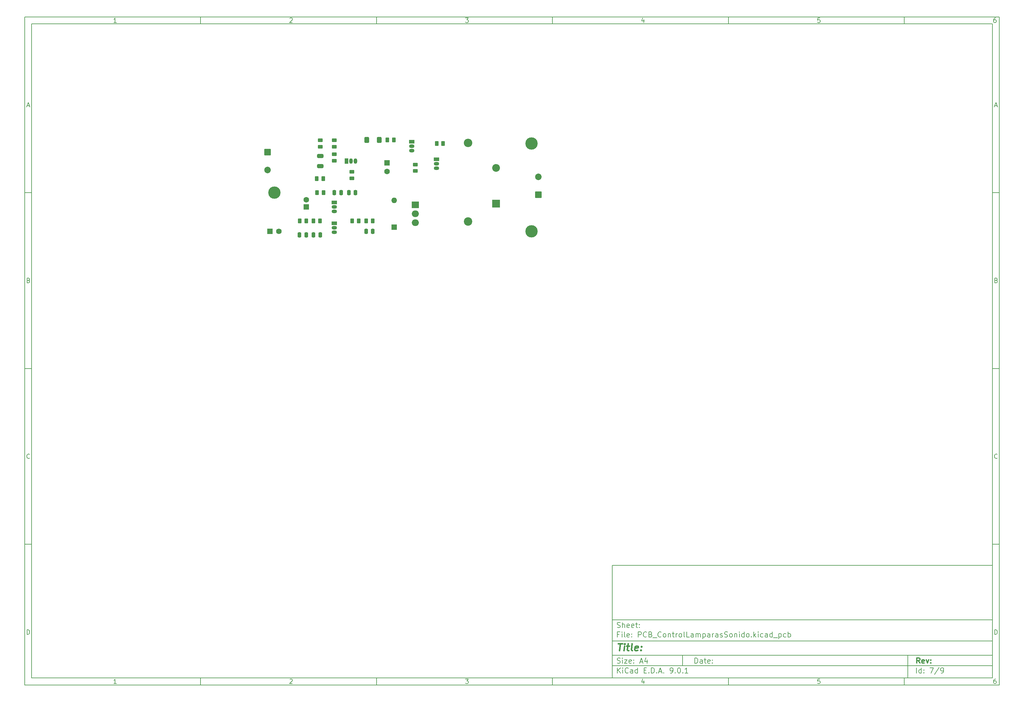
<source format=gbr>
%TF.GenerationSoftware,KiCad,Pcbnew,9.0.1*%
%TF.CreationDate,2025-04-21T16:50:23+01:00*%
%TF.ProjectId,PCB_ControlLamparasSonido,5043425f-436f-46e7-9472-6f6c4c616d70,rev?*%
%TF.SameCoordinates,Original*%
%TF.FileFunction,Soldermask,Top*%
%TF.FilePolarity,Negative*%
%FSLAX46Y46*%
G04 Gerber Fmt 4.6, Leading zero omitted, Abs format (unit mm)*
G04 Created by KiCad (PCBNEW 9.0.1) date 2025-04-21 16:50:23*
%MOMM*%
%LPD*%
G01*
G04 APERTURE LIST*
G04 Aperture macros list*
%AMRoundRect*
0 Rectangle with rounded corners*
0 $1 Rounding radius*
0 $2 $3 $4 $5 $6 $7 $8 $9 X,Y pos of 4 corners*
0 Add a 4 corners polygon primitive as box body*
4,1,4,$2,$3,$4,$5,$6,$7,$8,$9,$2,$3,0*
0 Add four circle primitives for the rounded corners*
1,1,$1+$1,$2,$3*
1,1,$1+$1,$4,$5*
1,1,$1+$1,$6,$7*
1,1,$1+$1,$8,$9*
0 Add four rect primitives between the rounded corners*
20,1,$1+$1,$2,$3,$4,$5,0*
20,1,$1+$1,$4,$5,$6,$7,0*
20,1,$1+$1,$6,$7,$8,$9,0*
20,1,$1+$1,$8,$9,$2,$3,0*%
G04 Aperture macros list end*
%ADD10C,0.100000*%
%ADD11C,0.150000*%
%ADD12C,0.300000*%
%ADD13C,0.400000*%
%ADD14R,2.000000X1.905000*%
%ADD15O,2.000000X1.905000*%
%ADD16C,3.500000*%
%ADD17RoundRect,0.250000X-0.262500X-0.450000X0.262500X-0.450000X0.262500X0.450000X-0.262500X0.450000X0*%
%ADD18R,1.500000X1.050000*%
%ADD19O,1.500000X1.050000*%
%ADD20RoundRect,0.250000X-0.450000X0.262500X-0.450000X-0.262500X0.450000X-0.262500X0.450000X0.262500X0*%
%ADD21RoundRect,0.250000X0.650000X-0.325000X0.650000X0.325000X-0.650000X0.325000X-0.650000X-0.325000X0*%
%ADD22RoundRect,0.102000X-0.689000X0.689000X-0.689000X-0.689000X0.689000X-0.689000X0.689000X0.689000X0*%
%ADD23C,1.582000*%
%ADD24RoundRect,0.250000X-0.250000X-0.475000X0.250000X-0.475000X0.250000X0.475000X-0.250000X0.475000X0*%
%ADD25RoundRect,0.250000X0.450000X-0.262500X0.450000X0.262500X-0.450000X0.262500X-0.450000X-0.262500X0*%
%ADD26RoundRect,0.102000X0.825000X-0.825000X0.825000X0.825000X-0.825000X0.825000X-0.825000X-0.825000X0*%
%ADD27C,1.854000*%
%ADD28RoundRect,0.250000X0.250000X0.475000X-0.250000X0.475000X-0.250000X-0.475000X0.250000X-0.475000X0*%
%ADD29R,2.200000X2.200000*%
%ADD30O,2.200000X2.200000*%
%ADD31RoundRect,0.102000X-0.825000X0.825000X-0.825000X-0.825000X0.825000X-0.825000X0.825000X0.825000X0*%
%ADD32R,1.600000X1.600000*%
%ADD33C,1.600000*%
%ADD34RoundRect,0.250000X0.262500X0.450000X-0.262500X0.450000X-0.262500X-0.450000X0.262500X-0.450000X0*%
%ADD35O,1.600000X1.600000*%
%ADD36C,2.400000*%
%ADD37O,2.400000X2.400000*%
%ADD38RoundRect,0.250000X0.400000X0.600000X-0.400000X0.600000X-0.400000X-0.600000X0.400000X-0.600000X0*%
%ADD39R,1.050000X1.500000*%
%ADD40O,1.050000X1.500000*%
G04 APERTURE END LIST*
D10*
D11*
X177002200Y-166007200D02*
X285002200Y-166007200D01*
X285002200Y-198007200D01*
X177002200Y-198007200D01*
X177002200Y-166007200D01*
D10*
D11*
X10000000Y-10000000D02*
X287002200Y-10000000D01*
X287002200Y-200007200D01*
X10000000Y-200007200D01*
X10000000Y-10000000D01*
D10*
D11*
X12000000Y-12000000D02*
X285002200Y-12000000D01*
X285002200Y-198007200D01*
X12000000Y-198007200D01*
X12000000Y-12000000D01*
D10*
D11*
X60000000Y-12000000D02*
X60000000Y-10000000D01*
D10*
D11*
X110000000Y-12000000D02*
X110000000Y-10000000D01*
D10*
D11*
X160000000Y-12000000D02*
X160000000Y-10000000D01*
D10*
D11*
X210000000Y-12000000D02*
X210000000Y-10000000D01*
D10*
D11*
X260000000Y-12000000D02*
X260000000Y-10000000D01*
D10*
D11*
X36089160Y-11593604D02*
X35346303Y-11593604D01*
X35717731Y-11593604D02*
X35717731Y-10293604D01*
X35717731Y-10293604D02*
X35593922Y-10479319D01*
X35593922Y-10479319D02*
X35470112Y-10603128D01*
X35470112Y-10603128D02*
X35346303Y-10665033D01*
D10*
D11*
X85346303Y-10417414D02*
X85408207Y-10355509D01*
X85408207Y-10355509D02*
X85532017Y-10293604D01*
X85532017Y-10293604D02*
X85841541Y-10293604D01*
X85841541Y-10293604D02*
X85965350Y-10355509D01*
X85965350Y-10355509D02*
X86027255Y-10417414D01*
X86027255Y-10417414D02*
X86089160Y-10541223D01*
X86089160Y-10541223D02*
X86089160Y-10665033D01*
X86089160Y-10665033D02*
X86027255Y-10850747D01*
X86027255Y-10850747D02*
X85284398Y-11593604D01*
X85284398Y-11593604D02*
X86089160Y-11593604D01*
D10*
D11*
X135284398Y-10293604D02*
X136089160Y-10293604D01*
X136089160Y-10293604D02*
X135655826Y-10788842D01*
X135655826Y-10788842D02*
X135841541Y-10788842D01*
X135841541Y-10788842D02*
X135965350Y-10850747D01*
X135965350Y-10850747D02*
X136027255Y-10912652D01*
X136027255Y-10912652D02*
X136089160Y-11036461D01*
X136089160Y-11036461D02*
X136089160Y-11345985D01*
X136089160Y-11345985D02*
X136027255Y-11469795D01*
X136027255Y-11469795D02*
X135965350Y-11531700D01*
X135965350Y-11531700D02*
X135841541Y-11593604D01*
X135841541Y-11593604D02*
X135470112Y-11593604D01*
X135470112Y-11593604D02*
X135346303Y-11531700D01*
X135346303Y-11531700D02*
X135284398Y-11469795D01*
D10*
D11*
X185965350Y-10726938D02*
X185965350Y-11593604D01*
X185655826Y-10231700D02*
X185346303Y-11160271D01*
X185346303Y-11160271D02*
X186151064Y-11160271D01*
D10*
D11*
X236027255Y-10293604D02*
X235408207Y-10293604D01*
X235408207Y-10293604D02*
X235346303Y-10912652D01*
X235346303Y-10912652D02*
X235408207Y-10850747D01*
X235408207Y-10850747D02*
X235532017Y-10788842D01*
X235532017Y-10788842D02*
X235841541Y-10788842D01*
X235841541Y-10788842D02*
X235965350Y-10850747D01*
X235965350Y-10850747D02*
X236027255Y-10912652D01*
X236027255Y-10912652D02*
X236089160Y-11036461D01*
X236089160Y-11036461D02*
X236089160Y-11345985D01*
X236089160Y-11345985D02*
X236027255Y-11469795D01*
X236027255Y-11469795D02*
X235965350Y-11531700D01*
X235965350Y-11531700D02*
X235841541Y-11593604D01*
X235841541Y-11593604D02*
X235532017Y-11593604D01*
X235532017Y-11593604D02*
X235408207Y-11531700D01*
X235408207Y-11531700D02*
X235346303Y-11469795D01*
D10*
D11*
X285965350Y-10293604D02*
X285717731Y-10293604D01*
X285717731Y-10293604D02*
X285593922Y-10355509D01*
X285593922Y-10355509D02*
X285532017Y-10417414D01*
X285532017Y-10417414D02*
X285408207Y-10603128D01*
X285408207Y-10603128D02*
X285346303Y-10850747D01*
X285346303Y-10850747D02*
X285346303Y-11345985D01*
X285346303Y-11345985D02*
X285408207Y-11469795D01*
X285408207Y-11469795D02*
X285470112Y-11531700D01*
X285470112Y-11531700D02*
X285593922Y-11593604D01*
X285593922Y-11593604D02*
X285841541Y-11593604D01*
X285841541Y-11593604D02*
X285965350Y-11531700D01*
X285965350Y-11531700D02*
X286027255Y-11469795D01*
X286027255Y-11469795D02*
X286089160Y-11345985D01*
X286089160Y-11345985D02*
X286089160Y-11036461D01*
X286089160Y-11036461D02*
X286027255Y-10912652D01*
X286027255Y-10912652D02*
X285965350Y-10850747D01*
X285965350Y-10850747D02*
X285841541Y-10788842D01*
X285841541Y-10788842D02*
X285593922Y-10788842D01*
X285593922Y-10788842D02*
X285470112Y-10850747D01*
X285470112Y-10850747D02*
X285408207Y-10912652D01*
X285408207Y-10912652D02*
X285346303Y-11036461D01*
D10*
D11*
X60000000Y-198007200D02*
X60000000Y-200007200D01*
D10*
D11*
X110000000Y-198007200D02*
X110000000Y-200007200D01*
D10*
D11*
X160000000Y-198007200D02*
X160000000Y-200007200D01*
D10*
D11*
X210000000Y-198007200D02*
X210000000Y-200007200D01*
D10*
D11*
X260000000Y-198007200D02*
X260000000Y-200007200D01*
D10*
D11*
X36089160Y-199600804D02*
X35346303Y-199600804D01*
X35717731Y-199600804D02*
X35717731Y-198300804D01*
X35717731Y-198300804D02*
X35593922Y-198486519D01*
X35593922Y-198486519D02*
X35470112Y-198610328D01*
X35470112Y-198610328D02*
X35346303Y-198672233D01*
D10*
D11*
X85346303Y-198424614D02*
X85408207Y-198362709D01*
X85408207Y-198362709D02*
X85532017Y-198300804D01*
X85532017Y-198300804D02*
X85841541Y-198300804D01*
X85841541Y-198300804D02*
X85965350Y-198362709D01*
X85965350Y-198362709D02*
X86027255Y-198424614D01*
X86027255Y-198424614D02*
X86089160Y-198548423D01*
X86089160Y-198548423D02*
X86089160Y-198672233D01*
X86089160Y-198672233D02*
X86027255Y-198857947D01*
X86027255Y-198857947D02*
X85284398Y-199600804D01*
X85284398Y-199600804D02*
X86089160Y-199600804D01*
D10*
D11*
X135284398Y-198300804D02*
X136089160Y-198300804D01*
X136089160Y-198300804D02*
X135655826Y-198796042D01*
X135655826Y-198796042D02*
X135841541Y-198796042D01*
X135841541Y-198796042D02*
X135965350Y-198857947D01*
X135965350Y-198857947D02*
X136027255Y-198919852D01*
X136027255Y-198919852D02*
X136089160Y-199043661D01*
X136089160Y-199043661D02*
X136089160Y-199353185D01*
X136089160Y-199353185D02*
X136027255Y-199476995D01*
X136027255Y-199476995D02*
X135965350Y-199538900D01*
X135965350Y-199538900D02*
X135841541Y-199600804D01*
X135841541Y-199600804D02*
X135470112Y-199600804D01*
X135470112Y-199600804D02*
X135346303Y-199538900D01*
X135346303Y-199538900D02*
X135284398Y-199476995D01*
D10*
D11*
X185965350Y-198734138D02*
X185965350Y-199600804D01*
X185655826Y-198238900D02*
X185346303Y-199167471D01*
X185346303Y-199167471D02*
X186151064Y-199167471D01*
D10*
D11*
X236027255Y-198300804D02*
X235408207Y-198300804D01*
X235408207Y-198300804D02*
X235346303Y-198919852D01*
X235346303Y-198919852D02*
X235408207Y-198857947D01*
X235408207Y-198857947D02*
X235532017Y-198796042D01*
X235532017Y-198796042D02*
X235841541Y-198796042D01*
X235841541Y-198796042D02*
X235965350Y-198857947D01*
X235965350Y-198857947D02*
X236027255Y-198919852D01*
X236027255Y-198919852D02*
X236089160Y-199043661D01*
X236089160Y-199043661D02*
X236089160Y-199353185D01*
X236089160Y-199353185D02*
X236027255Y-199476995D01*
X236027255Y-199476995D02*
X235965350Y-199538900D01*
X235965350Y-199538900D02*
X235841541Y-199600804D01*
X235841541Y-199600804D02*
X235532017Y-199600804D01*
X235532017Y-199600804D02*
X235408207Y-199538900D01*
X235408207Y-199538900D02*
X235346303Y-199476995D01*
D10*
D11*
X285965350Y-198300804D02*
X285717731Y-198300804D01*
X285717731Y-198300804D02*
X285593922Y-198362709D01*
X285593922Y-198362709D02*
X285532017Y-198424614D01*
X285532017Y-198424614D02*
X285408207Y-198610328D01*
X285408207Y-198610328D02*
X285346303Y-198857947D01*
X285346303Y-198857947D02*
X285346303Y-199353185D01*
X285346303Y-199353185D02*
X285408207Y-199476995D01*
X285408207Y-199476995D02*
X285470112Y-199538900D01*
X285470112Y-199538900D02*
X285593922Y-199600804D01*
X285593922Y-199600804D02*
X285841541Y-199600804D01*
X285841541Y-199600804D02*
X285965350Y-199538900D01*
X285965350Y-199538900D02*
X286027255Y-199476995D01*
X286027255Y-199476995D02*
X286089160Y-199353185D01*
X286089160Y-199353185D02*
X286089160Y-199043661D01*
X286089160Y-199043661D02*
X286027255Y-198919852D01*
X286027255Y-198919852D02*
X285965350Y-198857947D01*
X285965350Y-198857947D02*
X285841541Y-198796042D01*
X285841541Y-198796042D02*
X285593922Y-198796042D01*
X285593922Y-198796042D02*
X285470112Y-198857947D01*
X285470112Y-198857947D02*
X285408207Y-198919852D01*
X285408207Y-198919852D02*
X285346303Y-199043661D01*
D10*
D11*
X10000000Y-60000000D02*
X12000000Y-60000000D01*
D10*
D11*
X10000000Y-110000000D02*
X12000000Y-110000000D01*
D10*
D11*
X10000000Y-160000000D02*
X12000000Y-160000000D01*
D10*
D11*
X10690476Y-35222176D02*
X11309523Y-35222176D01*
X10566666Y-35593604D02*
X10999999Y-34293604D01*
X10999999Y-34293604D02*
X11433333Y-35593604D01*
D10*
D11*
X11092857Y-84912652D02*
X11278571Y-84974557D01*
X11278571Y-84974557D02*
X11340476Y-85036461D01*
X11340476Y-85036461D02*
X11402380Y-85160271D01*
X11402380Y-85160271D02*
X11402380Y-85345985D01*
X11402380Y-85345985D02*
X11340476Y-85469795D01*
X11340476Y-85469795D02*
X11278571Y-85531700D01*
X11278571Y-85531700D02*
X11154761Y-85593604D01*
X11154761Y-85593604D02*
X10659523Y-85593604D01*
X10659523Y-85593604D02*
X10659523Y-84293604D01*
X10659523Y-84293604D02*
X11092857Y-84293604D01*
X11092857Y-84293604D02*
X11216666Y-84355509D01*
X11216666Y-84355509D02*
X11278571Y-84417414D01*
X11278571Y-84417414D02*
X11340476Y-84541223D01*
X11340476Y-84541223D02*
X11340476Y-84665033D01*
X11340476Y-84665033D02*
X11278571Y-84788842D01*
X11278571Y-84788842D02*
X11216666Y-84850747D01*
X11216666Y-84850747D02*
X11092857Y-84912652D01*
X11092857Y-84912652D02*
X10659523Y-84912652D01*
D10*
D11*
X11402380Y-135469795D02*
X11340476Y-135531700D01*
X11340476Y-135531700D02*
X11154761Y-135593604D01*
X11154761Y-135593604D02*
X11030952Y-135593604D01*
X11030952Y-135593604D02*
X10845238Y-135531700D01*
X10845238Y-135531700D02*
X10721428Y-135407890D01*
X10721428Y-135407890D02*
X10659523Y-135284080D01*
X10659523Y-135284080D02*
X10597619Y-135036461D01*
X10597619Y-135036461D02*
X10597619Y-134850747D01*
X10597619Y-134850747D02*
X10659523Y-134603128D01*
X10659523Y-134603128D02*
X10721428Y-134479319D01*
X10721428Y-134479319D02*
X10845238Y-134355509D01*
X10845238Y-134355509D02*
X11030952Y-134293604D01*
X11030952Y-134293604D02*
X11154761Y-134293604D01*
X11154761Y-134293604D02*
X11340476Y-134355509D01*
X11340476Y-134355509D02*
X11402380Y-134417414D01*
D10*
D11*
X10659523Y-185593604D02*
X10659523Y-184293604D01*
X10659523Y-184293604D02*
X10969047Y-184293604D01*
X10969047Y-184293604D02*
X11154761Y-184355509D01*
X11154761Y-184355509D02*
X11278571Y-184479319D01*
X11278571Y-184479319D02*
X11340476Y-184603128D01*
X11340476Y-184603128D02*
X11402380Y-184850747D01*
X11402380Y-184850747D02*
X11402380Y-185036461D01*
X11402380Y-185036461D02*
X11340476Y-185284080D01*
X11340476Y-185284080D02*
X11278571Y-185407890D01*
X11278571Y-185407890D02*
X11154761Y-185531700D01*
X11154761Y-185531700D02*
X10969047Y-185593604D01*
X10969047Y-185593604D02*
X10659523Y-185593604D01*
D10*
D11*
X287002200Y-60000000D02*
X285002200Y-60000000D01*
D10*
D11*
X287002200Y-110000000D02*
X285002200Y-110000000D01*
D10*
D11*
X287002200Y-160000000D02*
X285002200Y-160000000D01*
D10*
D11*
X285692676Y-35222176D02*
X286311723Y-35222176D01*
X285568866Y-35593604D02*
X286002199Y-34293604D01*
X286002199Y-34293604D02*
X286435533Y-35593604D01*
D10*
D11*
X286095057Y-84912652D02*
X286280771Y-84974557D01*
X286280771Y-84974557D02*
X286342676Y-85036461D01*
X286342676Y-85036461D02*
X286404580Y-85160271D01*
X286404580Y-85160271D02*
X286404580Y-85345985D01*
X286404580Y-85345985D02*
X286342676Y-85469795D01*
X286342676Y-85469795D02*
X286280771Y-85531700D01*
X286280771Y-85531700D02*
X286156961Y-85593604D01*
X286156961Y-85593604D02*
X285661723Y-85593604D01*
X285661723Y-85593604D02*
X285661723Y-84293604D01*
X285661723Y-84293604D02*
X286095057Y-84293604D01*
X286095057Y-84293604D02*
X286218866Y-84355509D01*
X286218866Y-84355509D02*
X286280771Y-84417414D01*
X286280771Y-84417414D02*
X286342676Y-84541223D01*
X286342676Y-84541223D02*
X286342676Y-84665033D01*
X286342676Y-84665033D02*
X286280771Y-84788842D01*
X286280771Y-84788842D02*
X286218866Y-84850747D01*
X286218866Y-84850747D02*
X286095057Y-84912652D01*
X286095057Y-84912652D02*
X285661723Y-84912652D01*
D10*
D11*
X286404580Y-135469795D02*
X286342676Y-135531700D01*
X286342676Y-135531700D02*
X286156961Y-135593604D01*
X286156961Y-135593604D02*
X286033152Y-135593604D01*
X286033152Y-135593604D02*
X285847438Y-135531700D01*
X285847438Y-135531700D02*
X285723628Y-135407890D01*
X285723628Y-135407890D02*
X285661723Y-135284080D01*
X285661723Y-135284080D02*
X285599819Y-135036461D01*
X285599819Y-135036461D02*
X285599819Y-134850747D01*
X285599819Y-134850747D02*
X285661723Y-134603128D01*
X285661723Y-134603128D02*
X285723628Y-134479319D01*
X285723628Y-134479319D02*
X285847438Y-134355509D01*
X285847438Y-134355509D02*
X286033152Y-134293604D01*
X286033152Y-134293604D02*
X286156961Y-134293604D01*
X286156961Y-134293604D02*
X286342676Y-134355509D01*
X286342676Y-134355509D02*
X286404580Y-134417414D01*
D10*
D11*
X285661723Y-185593604D02*
X285661723Y-184293604D01*
X285661723Y-184293604D02*
X285971247Y-184293604D01*
X285971247Y-184293604D02*
X286156961Y-184355509D01*
X286156961Y-184355509D02*
X286280771Y-184479319D01*
X286280771Y-184479319D02*
X286342676Y-184603128D01*
X286342676Y-184603128D02*
X286404580Y-184850747D01*
X286404580Y-184850747D02*
X286404580Y-185036461D01*
X286404580Y-185036461D02*
X286342676Y-185284080D01*
X286342676Y-185284080D02*
X286280771Y-185407890D01*
X286280771Y-185407890D02*
X286156961Y-185531700D01*
X286156961Y-185531700D02*
X285971247Y-185593604D01*
X285971247Y-185593604D02*
X285661723Y-185593604D01*
D10*
D11*
X200458026Y-193793328D02*
X200458026Y-192293328D01*
X200458026Y-192293328D02*
X200815169Y-192293328D01*
X200815169Y-192293328D02*
X201029455Y-192364757D01*
X201029455Y-192364757D02*
X201172312Y-192507614D01*
X201172312Y-192507614D02*
X201243741Y-192650471D01*
X201243741Y-192650471D02*
X201315169Y-192936185D01*
X201315169Y-192936185D02*
X201315169Y-193150471D01*
X201315169Y-193150471D02*
X201243741Y-193436185D01*
X201243741Y-193436185D02*
X201172312Y-193579042D01*
X201172312Y-193579042D02*
X201029455Y-193721900D01*
X201029455Y-193721900D02*
X200815169Y-193793328D01*
X200815169Y-193793328D02*
X200458026Y-193793328D01*
X202600884Y-193793328D02*
X202600884Y-193007614D01*
X202600884Y-193007614D02*
X202529455Y-192864757D01*
X202529455Y-192864757D02*
X202386598Y-192793328D01*
X202386598Y-192793328D02*
X202100884Y-192793328D01*
X202100884Y-192793328D02*
X201958026Y-192864757D01*
X202600884Y-193721900D02*
X202458026Y-193793328D01*
X202458026Y-193793328D02*
X202100884Y-193793328D01*
X202100884Y-193793328D02*
X201958026Y-193721900D01*
X201958026Y-193721900D02*
X201886598Y-193579042D01*
X201886598Y-193579042D02*
X201886598Y-193436185D01*
X201886598Y-193436185D02*
X201958026Y-193293328D01*
X201958026Y-193293328D02*
X202100884Y-193221900D01*
X202100884Y-193221900D02*
X202458026Y-193221900D01*
X202458026Y-193221900D02*
X202600884Y-193150471D01*
X203100884Y-192793328D02*
X203672312Y-192793328D01*
X203315169Y-192293328D02*
X203315169Y-193579042D01*
X203315169Y-193579042D02*
X203386598Y-193721900D01*
X203386598Y-193721900D02*
X203529455Y-193793328D01*
X203529455Y-193793328D02*
X203672312Y-193793328D01*
X204743741Y-193721900D02*
X204600884Y-193793328D01*
X204600884Y-193793328D02*
X204315170Y-193793328D01*
X204315170Y-193793328D02*
X204172312Y-193721900D01*
X204172312Y-193721900D02*
X204100884Y-193579042D01*
X204100884Y-193579042D02*
X204100884Y-193007614D01*
X204100884Y-193007614D02*
X204172312Y-192864757D01*
X204172312Y-192864757D02*
X204315170Y-192793328D01*
X204315170Y-192793328D02*
X204600884Y-192793328D01*
X204600884Y-192793328D02*
X204743741Y-192864757D01*
X204743741Y-192864757D02*
X204815170Y-193007614D01*
X204815170Y-193007614D02*
X204815170Y-193150471D01*
X204815170Y-193150471D02*
X204100884Y-193293328D01*
X205458026Y-193650471D02*
X205529455Y-193721900D01*
X205529455Y-193721900D02*
X205458026Y-193793328D01*
X205458026Y-193793328D02*
X205386598Y-193721900D01*
X205386598Y-193721900D02*
X205458026Y-193650471D01*
X205458026Y-193650471D02*
X205458026Y-193793328D01*
X205458026Y-192864757D02*
X205529455Y-192936185D01*
X205529455Y-192936185D02*
X205458026Y-193007614D01*
X205458026Y-193007614D02*
X205386598Y-192936185D01*
X205386598Y-192936185D02*
X205458026Y-192864757D01*
X205458026Y-192864757D02*
X205458026Y-193007614D01*
D10*
D11*
X177002200Y-194507200D02*
X285002200Y-194507200D01*
D10*
D11*
X178458026Y-196593328D02*
X178458026Y-195093328D01*
X179315169Y-196593328D02*
X178672312Y-195736185D01*
X179315169Y-195093328D02*
X178458026Y-195950471D01*
X179958026Y-196593328D02*
X179958026Y-195593328D01*
X179958026Y-195093328D02*
X179886598Y-195164757D01*
X179886598Y-195164757D02*
X179958026Y-195236185D01*
X179958026Y-195236185D02*
X180029455Y-195164757D01*
X180029455Y-195164757D02*
X179958026Y-195093328D01*
X179958026Y-195093328D02*
X179958026Y-195236185D01*
X181529455Y-196450471D02*
X181458027Y-196521900D01*
X181458027Y-196521900D02*
X181243741Y-196593328D01*
X181243741Y-196593328D02*
X181100884Y-196593328D01*
X181100884Y-196593328D02*
X180886598Y-196521900D01*
X180886598Y-196521900D02*
X180743741Y-196379042D01*
X180743741Y-196379042D02*
X180672312Y-196236185D01*
X180672312Y-196236185D02*
X180600884Y-195950471D01*
X180600884Y-195950471D02*
X180600884Y-195736185D01*
X180600884Y-195736185D02*
X180672312Y-195450471D01*
X180672312Y-195450471D02*
X180743741Y-195307614D01*
X180743741Y-195307614D02*
X180886598Y-195164757D01*
X180886598Y-195164757D02*
X181100884Y-195093328D01*
X181100884Y-195093328D02*
X181243741Y-195093328D01*
X181243741Y-195093328D02*
X181458027Y-195164757D01*
X181458027Y-195164757D02*
X181529455Y-195236185D01*
X182815170Y-196593328D02*
X182815170Y-195807614D01*
X182815170Y-195807614D02*
X182743741Y-195664757D01*
X182743741Y-195664757D02*
X182600884Y-195593328D01*
X182600884Y-195593328D02*
X182315170Y-195593328D01*
X182315170Y-195593328D02*
X182172312Y-195664757D01*
X182815170Y-196521900D02*
X182672312Y-196593328D01*
X182672312Y-196593328D02*
X182315170Y-196593328D01*
X182315170Y-196593328D02*
X182172312Y-196521900D01*
X182172312Y-196521900D02*
X182100884Y-196379042D01*
X182100884Y-196379042D02*
X182100884Y-196236185D01*
X182100884Y-196236185D02*
X182172312Y-196093328D01*
X182172312Y-196093328D02*
X182315170Y-196021900D01*
X182315170Y-196021900D02*
X182672312Y-196021900D01*
X182672312Y-196021900D02*
X182815170Y-195950471D01*
X184172313Y-196593328D02*
X184172313Y-195093328D01*
X184172313Y-196521900D02*
X184029455Y-196593328D01*
X184029455Y-196593328D02*
X183743741Y-196593328D01*
X183743741Y-196593328D02*
X183600884Y-196521900D01*
X183600884Y-196521900D02*
X183529455Y-196450471D01*
X183529455Y-196450471D02*
X183458027Y-196307614D01*
X183458027Y-196307614D02*
X183458027Y-195879042D01*
X183458027Y-195879042D02*
X183529455Y-195736185D01*
X183529455Y-195736185D02*
X183600884Y-195664757D01*
X183600884Y-195664757D02*
X183743741Y-195593328D01*
X183743741Y-195593328D02*
X184029455Y-195593328D01*
X184029455Y-195593328D02*
X184172313Y-195664757D01*
X186029455Y-195807614D02*
X186529455Y-195807614D01*
X186743741Y-196593328D02*
X186029455Y-196593328D01*
X186029455Y-196593328D02*
X186029455Y-195093328D01*
X186029455Y-195093328D02*
X186743741Y-195093328D01*
X187386598Y-196450471D02*
X187458027Y-196521900D01*
X187458027Y-196521900D02*
X187386598Y-196593328D01*
X187386598Y-196593328D02*
X187315170Y-196521900D01*
X187315170Y-196521900D02*
X187386598Y-196450471D01*
X187386598Y-196450471D02*
X187386598Y-196593328D01*
X188100884Y-196593328D02*
X188100884Y-195093328D01*
X188100884Y-195093328D02*
X188458027Y-195093328D01*
X188458027Y-195093328D02*
X188672313Y-195164757D01*
X188672313Y-195164757D02*
X188815170Y-195307614D01*
X188815170Y-195307614D02*
X188886599Y-195450471D01*
X188886599Y-195450471D02*
X188958027Y-195736185D01*
X188958027Y-195736185D02*
X188958027Y-195950471D01*
X188958027Y-195950471D02*
X188886599Y-196236185D01*
X188886599Y-196236185D02*
X188815170Y-196379042D01*
X188815170Y-196379042D02*
X188672313Y-196521900D01*
X188672313Y-196521900D02*
X188458027Y-196593328D01*
X188458027Y-196593328D02*
X188100884Y-196593328D01*
X189600884Y-196450471D02*
X189672313Y-196521900D01*
X189672313Y-196521900D02*
X189600884Y-196593328D01*
X189600884Y-196593328D02*
X189529456Y-196521900D01*
X189529456Y-196521900D02*
X189600884Y-196450471D01*
X189600884Y-196450471D02*
X189600884Y-196593328D01*
X190243742Y-196164757D02*
X190958028Y-196164757D01*
X190100885Y-196593328D02*
X190600885Y-195093328D01*
X190600885Y-195093328D02*
X191100885Y-196593328D01*
X191600884Y-196450471D02*
X191672313Y-196521900D01*
X191672313Y-196521900D02*
X191600884Y-196593328D01*
X191600884Y-196593328D02*
X191529456Y-196521900D01*
X191529456Y-196521900D02*
X191600884Y-196450471D01*
X191600884Y-196450471D02*
X191600884Y-196593328D01*
X193529456Y-196593328D02*
X193815170Y-196593328D01*
X193815170Y-196593328D02*
X193958027Y-196521900D01*
X193958027Y-196521900D02*
X194029456Y-196450471D01*
X194029456Y-196450471D02*
X194172313Y-196236185D01*
X194172313Y-196236185D02*
X194243742Y-195950471D01*
X194243742Y-195950471D02*
X194243742Y-195379042D01*
X194243742Y-195379042D02*
X194172313Y-195236185D01*
X194172313Y-195236185D02*
X194100885Y-195164757D01*
X194100885Y-195164757D02*
X193958027Y-195093328D01*
X193958027Y-195093328D02*
X193672313Y-195093328D01*
X193672313Y-195093328D02*
X193529456Y-195164757D01*
X193529456Y-195164757D02*
X193458027Y-195236185D01*
X193458027Y-195236185D02*
X193386599Y-195379042D01*
X193386599Y-195379042D02*
X193386599Y-195736185D01*
X193386599Y-195736185D02*
X193458027Y-195879042D01*
X193458027Y-195879042D02*
X193529456Y-195950471D01*
X193529456Y-195950471D02*
X193672313Y-196021900D01*
X193672313Y-196021900D02*
X193958027Y-196021900D01*
X193958027Y-196021900D02*
X194100885Y-195950471D01*
X194100885Y-195950471D02*
X194172313Y-195879042D01*
X194172313Y-195879042D02*
X194243742Y-195736185D01*
X194886598Y-196450471D02*
X194958027Y-196521900D01*
X194958027Y-196521900D02*
X194886598Y-196593328D01*
X194886598Y-196593328D02*
X194815170Y-196521900D01*
X194815170Y-196521900D02*
X194886598Y-196450471D01*
X194886598Y-196450471D02*
X194886598Y-196593328D01*
X195886599Y-195093328D02*
X196029456Y-195093328D01*
X196029456Y-195093328D02*
X196172313Y-195164757D01*
X196172313Y-195164757D02*
X196243742Y-195236185D01*
X196243742Y-195236185D02*
X196315170Y-195379042D01*
X196315170Y-195379042D02*
X196386599Y-195664757D01*
X196386599Y-195664757D02*
X196386599Y-196021900D01*
X196386599Y-196021900D02*
X196315170Y-196307614D01*
X196315170Y-196307614D02*
X196243742Y-196450471D01*
X196243742Y-196450471D02*
X196172313Y-196521900D01*
X196172313Y-196521900D02*
X196029456Y-196593328D01*
X196029456Y-196593328D02*
X195886599Y-196593328D01*
X195886599Y-196593328D02*
X195743742Y-196521900D01*
X195743742Y-196521900D02*
X195672313Y-196450471D01*
X195672313Y-196450471D02*
X195600884Y-196307614D01*
X195600884Y-196307614D02*
X195529456Y-196021900D01*
X195529456Y-196021900D02*
X195529456Y-195664757D01*
X195529456Y-195664757D02*
X195600884Y-195379042D01*
X195600884Y-195379042D02*
X195672313Y-195236185D01*
X195672313Y-195236185D02*
X195743742Y-195164757D01*
X195743742Y-195164757D02*
X195886599Y-195093328D01*
X197029455Y-196450471D02*
X197100884Y-196521900D01*
X197100884Y-196521900D02*
X197029455Y-196593328D01*
X197029455Y-196593328D02*
X196958027Y-196521900D01*
X196958027Y-196521900D02*
X197029455Y-196450471D01*
X197029455Y-196450471D02*
X197029455Y-196593328D01*
X198529456Y-196593328D02*
X197672313Y-196593328D01*
X198100884Y-196593328D02*
X198100884Y-195093328D01*
X198100884Y-195093328D02*
X197958027Y-195307614D01*
X197958027Y-195307614D02*
X197815170Y-195450471D01*
X197815170Y-195450471D02*
X197672313Y-195521900D01*
D10*
D11*
X177002200Y-191507200D02*
X285002200Y-191507200D01*
D10*
D12*
X264413853Y-193785528D02*
X263913853Y-193071242D01*
X263556710Y-193785528D02*
X263556710Y-192285528D01*
X263556710Y-192285528D02*
X264128139Y-192285528D01*
X264128139Y-192285528D02*
X264270996Y-192356957D01*
X264270996Y-192356957D02*
X264342425Y-192428385D01*
X264342425Y-192428385D02*
X264413853Y-192571242D01*
X264413853Y-192571242D02*
X264413853Y-192785528D01*
X264413853Y-192785528D02*
X264342425Y-192928385D01*
X264342425Y-192928385D02*
X264270996Y-192999814D01*
X264270996Y-192999814D02*
X264128139Y-193071242D01*
X264128139Y-193071242D02*
X263556710Y-193071242D01*
X265628139Y-193714100D02*
X265485282Y-193785528D01*
X265485282Y-193785528D02*
X265199568Y-193785528D01*
X265199568Y-193785528D02*
X265056710Y-193714100D01*
X265056710Y-193714100D02*
X264985282Y-193571242D01*
X264985282Y-193571242D02*
X264985282Y-192999814D01*
X264985282Y-192999814D02*
X265056710Y-192856957D01*
X265056710Y-192856957D02*
X265199568Y-192785528D01*
X265199568Y-192785528D02*
X265485282Y-192785528D01*
X265485282Y-192785528D02*
X265628139Y-192856957D01*
X265628139Y-192856957D02*
X265699568Y-192999814D01*
X265699568Y-192999814D02*
X265699568Y-193142671D01*
X265699568Y-193142671D02*
X264985282Y-193285528D01*
X266199567Y-192785528D02*
X266556710Y-193785528D01*
X266556710Y-193785528D02*
X266913853Y-192785528D01*
X267485281Y-193642671D02*
X267556710Y-193714100D01*
X267556710Y-193714100D02*
X267485281Y-193785528D01*
X267485281Y-193785528D02*
X267413853Y-193714100D01*
X267413853Y-193714100D02*
X267485281Y-193642671D01*
X267485281Y-193642671D02*
X267485281Y-193785528D01*
X267485281Y-192856957D02*
X267556710Y-192928385D01*
X267556710Y-192928385D02*
X267485281Y-192999814D01*
X267485281Y-192999814D02*
X267413853Y-192928385D01*
X267413853Y-192928385D02*
X267485281Y-192856957D01*
X267485281Y-192856957D02*
X267485281Y-192999814D01*
D10*
D11*
X178386598Y-193721900D02*
X178600884Y-193793328D01*
X178600884Y-193793328D02*
X178958026Y-193793328D01*
X178958026Y-193793328D02*
X179100884Y-193721900D01*
X179100884Y-193721900D02*
X179172312Y-193650471D01*
X179172312Y-193650471D02*
X179243741Y-193507614D01*
X179243741Y-193507614D02*
X179243741Y-193364757D01*
X179243741Y-193364757D02*
X179172312Y-193221900D01*
X179172312Y-193221900D02*
X179100884Y-193150471D01*
X179100884Y-193150471D02*
X178958026Y-193079042D01*
X178958026Y-193079042D02*
X178672312Y-193007614D01*
X178672312Y-193007614D02*
X178529455Y-192936185D01*
X178529455Y-192936185D02*
X178458026Y-192864757D01*
X178458026Y-192864757D02*
X178386598Y-192721900D01*
X178386598Y-192721900D02*
X178386598Y-192579042D01*
X178386598Y-192579042D02*
X178458026Y-192436185D01*
X178458026Y-192436185D02*
X178529455Y-192364757D01*
X178529455Y-192364757D02*
X178672312Y-192293328D01*
X178672312Y-192293328D02*
X179029455Y-192293328D01*
X179029455Y-192293328D02*
X179243741Y-192364757D01*
X179886597Y-193793328D02*
X179886597Y-192793328D01*
X179886597Y-192293328D02*
X179815169Y-192364757D01*
X179815169Y-192364757D02*
X179886597Y-192436185D01*
X179886597Y-192436185D02*
X179958026Y-192364757D01*
X179958026Y-192364757D02*
X179886597Y-192293328D01*
X179886597Y-192293328D02*
X179886597Y-192436185D01*
X180458026Y-192793328D02*
X181243741Y-192793328D01*
X181243741Y-192793328D02*
X180458026Y-193793328D01*
X180458026Y-193793328D02*
X181243741Y-193793328D01*
X182386598Y-193721900D02*
X182243741Y-193793328D01*
X182243741Y-193793328D02*
X181958027Y-193793328D01*
X181958027Y-193793328D02*
X181815169Y-193721900D01*
X181815169Y-193721900D02*
X181743741Y-193579042D01*
X181743741Y-193579042D02*
X181743741Y-193007614D01*
X181743741Y-193007614D02*
X181815169Y-192864757D01*
X181815169Y-192864757D02*
X181958027Y-192793328D01*
X181958027Y-192793328D02*
X182243741Y-192793328D01*
X182243741Y-192793328D02*
X182386598Y-192864757D01*
X182386598Y-192864757D02*
X182458027Y-193007614D01*
X182458027Y-193007614D02*
X182458027Y-193150471D01*
X182458027Y-193150471D02*
X181743741Y-193293328D01*
X183100883Y-193650471D02*
X183172312Y-193721900D01*
X183172312Y-193721900D02*
X183100883Y-193793328D01*
X183100883Y-193793328D02*
X183029455Y-193721900D01*
X183029455Y-193721900D02*
X183100883Y-193650471D01*
X183100883Y-193650471D02*
X183100883Y-193793328D01*
X183100883Y-192864757D02*
X183172312Y-192936185D01*
X183172312Y-192936185D02*
X183100883Y-193007614D01*
X183100883Y-193007614D02*
X183029455Y-192936185D01*
X183029455Y-192936185D02*
X183100883Y-192864757D01*
X183100883Y-192864757D02*
X183100883Y-193007614D01*
X184886598Y-193364757D02*
X185600884Y-193364757D01*
X184743741Y-193793328D02*
X185243741Y-192293328D01*
X185243741Y-192293328D02*
X185743741Y-193793328D01*
X186886598Y-192793328D02*
X186886598Y-193793328D01*
X186529455Y-192221900D02*
X186172312Y-193293328D01*
X186172312Y-193293328D02*
X187100883Y-193293328D01*
D10*
D11*
X263458026Y-196593328D02*
X263458026Y-195093328D01*
X264815170Y-196593328D02*
X264815170Y-195093328D01*
X264815170Y-196521900D02*
X264672312Y-196593328D01*
X264672312Y-196593328D02*
X264386598Y-196593328D01*
X264386598Y-196593328D02*
X264243741Y-196521900D01*
X264243741Y-196521900D02*
X264172312Y-196450471D01*
X264172312Y-196450471D02*
X264100884Y-196307614D01*
X264100884Y-196307614D02*
X264100884Y-195879042D01*
X264100884Y-195879042D02*
X264172312Y-195736185D01*
X264172312Y-195736185D02*
X264243741Y-195664757D01*
X264243741Y-195664757D02*
X264386598Y-195593328D01*
X264386598Y-195593328D02*
X264672312Y-195593328D01*
X264672312Y-195593328D02*
X264815170Y-195664757D01*
X265529455Y-196450471D02*
X265600884Y-196521900D01*
X265600884Y-196521900D02*
X265529455Y-196593328D01*
X265529455Y-196593328D02*
X265458027Y-196521900D01*
X265458027Y-196521900D02*
X265529455Y-196450471D01*
X265529455Y-196450471D02*
X265529455Y-196593328D01*
X265529455Y-195664757D02*
X265600884Y-195736185D01*
X265600884Y-195736185D02*
X265529455Y-195807614D01*
X265529455Y-195807614D02*
X265458027Y-195736185D01*
X265458027Y-195736185D02*
X265529455Y-195664757D01*
X265529455Y-195664757D02*
X265529455Y-195807614D01*
X267243741Y-195093328D02*
X268243741Y-195093328D01*
X268243741Y-195093328D02*
X267600884Y-196593328D01*
X269886598Y-195021900D02*
X268600884Y-196950471D01*
X270458027Y-196593328D02*
X270743741Y-196593328D01*
X270743741Y-196593328D02*
X270886598Y-196521900D01*
X270886598Y-196521900D02*
X270958027Y-196450471D01*
X270958027Y-196450471D02*
X271100884Y-196236185D01*
X271100884Y-196236185D02*
X271172313Y-195950471D01*
X271172313Y-195950471D02*
X271172313Y-195379042D01*
X271172313Y-195379042D02*
X271100884Y-195236185D01*
X271100884Y-195236185D02*
X271029456Y-195164757D01*
X271029456Y-195164757D02*
X270886598Y-195093328D01*
X270886598Y-195093328D02*
X270600884Y-195093328D01*
X270600884Y-195093328D02*
X270458027Y-195164757D01*
X270458027Y-195164757D02*
X270386598Y-195236185D01*
X270386598Y-195236185D02*
X270315170Y-195379042D01*
X270315170Y-195379042D02*
X270315170Y-195736185D01*
X270315170Y-195736185D02*
X270386598Y-195879042D01*
X270386598Y-195879042D02*
X270458027Y-195950471D01*
X270458027Y-195950471D02*
X270600884Y-196021900D01*
X270600884Y-196021900D02*
X270886598Y-196021900D01*
X270886598Y-196021900D02*
X271029456Y-195950471D01*
X271029456Y-195950471D02*
X271100884Y-195879042D01*
X271100884Y-195879042D02*
X271172313Y-195736185D01*
D10*
D11*
X177002200Y-187507200D02*
X285002200Y-187507200D01*
D10*
D13*
X178693928Y-188211638D02*
X179836785Y-188211638D01*
X179015357Y-190211638D02*
X179265357Y-188211638D01*
X180253452Y-190211638D02*
X180420119Y-188878304D01*
X180503452Y-188211638D02*
X180396309Y-188306876D01*
X180396309Y-188306876D02*
X180479643Y-188402114D01*
X180479643Y-188402114D02*
X180586786Y-188306876D01*
X180586786Y-188306876D02*
X180503452Y-188211638D01*
X180503452Y-188211638D02*
X180479643Y-188402114D01*
X181086786Y-188878304D02*
X181848690Y-188878304D01*
X181455833Y-188211638D02*
X181241548Y-189925923D01*
X181241548Y-189925923D02*
X181312976Y-190116400D01*
X181312976Y-190116400D02*
X181491548Y-190211638D01*
X181491548Y-190211638D02*
X181682024Y-190211638D01*
X182634405Y-190211638D02*
X182455833Y-190116400D01*
X182455833Y-190116400D02*
X182384405Y-189925923D01*
X182384405Y-189925923D02*
X182598690Y-188211638D01*
X184170119Y-190116400D02*
X183967738Y-190211638D01*
X183967738Y-190211638D02*
X183586785Y-190211638D01*
X183586785Y-190211638D02*
X183408214Y-190116400D01*
X183408214Y-190116400D02*
X183336785Y-189925923D01*
X183336785Y-189925923D02*
X183432024Y-189164019D01*
X183432024Y-189164019D02*
X183551071Y-188973542D01*
X183551071Y-188973542D02*
X183753452Y-188878304D01*
X183753452Y-188878304D02*
X184134404Y-188878304D01*
X184134404Y-188878304D02*
X184312976Y-188973542D01*
X184312976Y-188973542D02*
X184384404Y-189164019D01*
X184384404Y-189164019D02*
X184360595Y-189354495D01*
X184360595Y-189354495D02*
X183384404Y-189544971D01*
X185134405Y-190021161D02*
X185217738Y-190116400D01*
X185217738Y-190116400D02*
X185110595Y-190211638D01*
X185110595Y-190211638D02*
X185027262Y-190116400D01*
X185027262Y-190116400D02*
X185134405Y-190021161D01*
X185134405Y-190021161D02*
X185110595Y-190211638D01*
X185265357Y-188973542D02*
X185348690Y-189068780D01*
X185348690Y-189068780D02*
X185241548Y-189164019D01*
X185241548Y-189164019D02*
X185158214Y-189068780D01*
X185158214Y-189068780D02*
X185265357Y-188973542D01*
X185265357Y-188973542D02*
X185241548Y-189164019D01*
D10*
D11*
X178958026Y-185607614D02*
X178458026Y-185607614D01*
X178458026Y-186393328D02*
X178458026Y-184893328D01*
X178458026Y-184893328D02*
X179172312Y-184893328D01*
X179743740Y-186393328D02*
X179743740Y-185393328D01*
X179743740Y-184893328D02*
X179672312Y-184964757D01*
X179672312Y-184964757D02*
X179743740Y-185036185D01*
X179743740Y-185036185D02*
X179815169Y-184964757D01*
X179815169Y-184964757D02*
X179743740Y-184893328D01*
X179743740Y-184893328D02*
X179743740Y-185036185D01*
X180672312Y-186393328D02*
X180529455Y-186321900D01*
X180529455Y-186321900D02*
X180458026Y-186179042D01*
X180458026Y-186179042D02*
X180458026Y-184893328D01*
X181815169Y-186321900D02*
X181672312Y-186393328D01*
X181672312Y-186393328D02*
X181386598Y-186393328D01*
X181386598Y-186393328D02*
X181243740Y-186321900D01*
X181243740Y-186321900D02*
X181172312Y-186179042D01*
X181172312Y-186179042D02*
X181172312Y-185607614D01*
X181172312Y-185607614D02*
X181243740Y-185464757D01*
X181243740Y-185464757D02*
X181386598Y-185393328D01*
X181386598Y-185393328D02*
X181672312Y-185393328D01*
X181672312Y-185393328D02*
X181815169Y-185464757D01*
X181815169Y-185464757D02*
X181886598Y-185607614D01*
X181886598Y-185607614D02*
X181886598Y-185750471D01*
X181886598Y-185750471D02*
X181172312Y-185893328D01*
X182529454Y-186250471D02*
X182600883Y-186321900D01*
X182600883Y-186321900D02*
X182529454Y-186393328D01*
X182529454Y-186393328D02*
X182458026Y-186321900D01*
X182458026Y-186321900D02*
X182529454Y-186250471D01*
X182529454Y-186250471D02*
X182529454Y-186393328D01*
X182529454Y-185464757D02*
X182600883Y-185536185D01*
X182600883Y-185536185D02*
X182529454Y-185607614D01*
X182529454Y-185607614D02*
X182458026Y-185536185D01*
X182458026Y-185536185D02*
X182529454Y-185464757D01*
X182529454Y-185464757D02*
X182529454Y-185607614D01*
X184386597Y-186393328D02*
X184386597Y-184893328D01*
X184386597Y-184893328D02*
X184958026Y-184893328D01*
X184958026Y-184893328D02*
X185100883Y-184964757D01*
X185100883Y-184964757D02*
X185172312Y-185036185D01*
X185172312Y-185036185D02*
X185243740Y-185179042D01*
X185243740Y-185179042D02*
X185243740Y-185393328D01*
X185243740Y-185393328D02*
X185172312Y-185536185D01*
X185172312Y-185536185D02*
X185100883Y-185607614D01*
X185100883Y-185607614D02*
X184958026Y-185679042D01*
X184958026Y-185679042D02*
X184386597Y-185679042D01*
X186743740Y-186250471D02*
X186672312Y-186321900D01*
X186672312Y-186321900D02*
X186458026Y-186393328D01*
X186458026Y-186393328D02*
X186315169Y-186393328D01*
X186315169Y-186393328D02*
X186100883Y-186321900D01*
X186100883Y-186321900D02*
X185958026Y-186179042D01*
X185958026Y-186179042D02*
X185886597Y-186036185D01*
X185886597Y-186036185D02*
X185815169Y-185750471D01*
X185815169Y-185750471D02*
X185815169Y-185536185D01*
X185815169Y-185536185D02*
X185886597Y-185250471D01*
X185886597Y-185250471D02*
X185958026Y-185107614D01*
X185958026Y-185107614D02*
X186100883Y-184964757D01*
X186100883Y-184964757D02*
X186315169Y-184893328D01*
X186315169Y-184893328D02*
X186458026Y-184893328D01*
X186458026Y-184893328D02*
X186672312Y-184964757D01*
X186672312Y-184964757D02*
X186743740Y-185036185D01*
X187886597Y-185607614D02*
X188100883Y-185679042D01*
X188100883Y-185679042D02*
X188172312Y-185750471D01*
X188172312Y-185750471D02*
X188243740Y-185893328D01*
X188243740Y-185893328D02*
X188243740Y-186107614D01*
X188243740Y-186107614D02*
X188172312Y-186250471D01*
X188172312Y-186250471D02*
X188100883Y-186321900D01*
X188100883Y-186321900D02*
X187958026Y-186393328D01*
X187958026Y-186393328D02*
X187386597Y-186393328D01*
X187386597Y-186393328D02*
X187386597Y-184893328D01*
X187386597Y-184893328D02*
X187886597Y-184893328D01*
X187886597Y-184893328D02*
X188029455Y-184964757D01*
X188029455Y-184964757D02*
X188100883Y-185036185D01*
X188100883Y-185036185D02*
X188172312Y-185179042D01*
X188172312Y-185179042D02*
X188172312Y-185321900D01*
X188172312Y-185321900D02*
X188100883Y-185464757D01*
X188100883Y-185464757D02*
X188029455Y-185536185D01*
X188029455Y-185536185D02*
X187886597Y-185607614D01*
X187886597Y-185607614D02*
X187386597Y-185607614D01*
X188529455Y-186536185D02*
X189672312Y-186536185D01*
X190886597Y-186250471D02*
X190815169Y-186321900D01*
X190815169Y-186321900D02*
X190600883Y-186393328D01*
X190600883Y-186393328D02*
X190458026Y-186393328D01*
X190458026Y-186393328D02*
X190243740Y-186321900D01*
X190243740Y-186321900D02*
X190100883Y-186179042D01*
X190100883Y-186179042D02*
X190029454Y-186036185D01*
X190029454Y-186036185D02*
X189958026Y-185750471D01*
X189958026Y-185750471D02*
X189958026Y-185536185D01*
X189958026Y-185536185D02*
X190029454Y-185250471D01*
X190029454Y-185250471D02*
X190100883Y-185107614D01*
X190100883Y-185107614D02*
X190243740Y-184964757D01*
X190243740Y-184964757D02*
X190458026Y-184893328D01*
X190458026Y-184893328D02*
X190600883Y-184893328D01*
X190600883Y-184893328D02*
X190815169Y-184964757D01*
X190815169Y-184964757D02*
X190886597Y-185036185D01*
X191743740Y-186393328D02*
X191600883Y-186321900D01*
X191600883Y-186321900D02*
X191529454Y-186250471D01*
X191529454Y-186250471D02*
X191458026Y-186107614D01*
X191458026Y-186107614D02*
X191458026Y-185679042D01*
X191458026Y-185679042D02*
X191529454Y-185536185D01*
X191529454Y-185536185D02*
X191600883Y-185464757D01*
X191600883Y-185464757D02*
X191743740Y-185393328D01*
X191743740Y-185393328D02*
X191958026Y-185393328D01*
X191958026Y-185393328D02*
X192100883Y-185464757D01*
X192100883Y-185464757D02*
X192172312Y-185536185D01*
X192172312Y-185536185D02*
X192243740Y-185679042D01*
X192243740Y-185679042D02*
X192243740Y-186107614D01*
X192243740Y-186107614D02*
X192172312Y-186250471D01*
X192172312Y-186250471D02*
X192100883Y-186321900D01*
X192100883Y-186321900D02*
X191958026Y-186393328D01*
X191958026Y-186393328D02*
X191743740Y-186393328D01*
X192886597Y-185393328D02*
X192886597Y-186393328D01*
X192886597Y-185536185D02*
X192958026Y-185464757D01*
X192958026Y-185464757D02*
X193100883Y-185393328D01*
X193100883Y-185393328D02*
X193315169Y-185393328D01*
X193315169Y-185393328D02*
X193458026Y-185464757D01*
X193458026Y-185464757D02*
X193529455Y-185607614D01*
X193529455Y-185607614D02*
X193529455Y-186393328D01*
X194029455Y-185393328D02*
X194600883Y-185393328D01*
X194243740Y-184893328D02*
X194243740Y-186179042D01*
X194243740Y-186179042D02*
X194315169Y-186321900D01*
X194315169Y-186321900D02*
X194458026Y-186393328D01*
X194458026Y-186393328D02*
X194600883Y-186393328D01*
X195100883Y-186393328D02*
X195100883Y-185393328D01*
X195100883Y-185679042D02*
X195172312Y-185536185D01*
X195172312Y-185536185D02*
X195243741Y-185464757D01*
X195243741Y-185464757D02*
X195386598Y-185393328D01*
X195386598Y-185393328D02*
X195529455Y-185393328D01*
X196243740Y-186393328D02*
X196100883Y-186321900D01*
X196100883Y-186321900D02*
X196029454Y-186250471D01*
X196029454Y-186250471D02*
X195958026Y-186107614D01*
X195958026Y-186107614D02*
X195958026Y-185679042D01*
X195958026Y-185679042D02*
X196029454Y-185536185D01*
X196029454Y-185536185D02*
X196100883Y-185464757D01*
X196100883Y-185464757D02*
X196243740Y-185393328D01*
X196243740Y-185393328D02*
X196458026Y-185393328D01*
X196458026Y-185393328D02*
X196600883Y-185464757D01*
X196600883Y-185464757D02*
X196672312Y-185536185D01*
X196672312Y-185536185D02*
X196743740Y-185679042D01*
X196743740Y-185679042D02*
X196743740Y-186107614D01*
X196743740Y-186107614D02*
X196672312Y-186250471D01*
X196672312Y-186250471D02*
X196600883Y-186321900D01*
X196600883Y-186321900D02*
X196458026Y-186393328D01*
X196458026Y-186393328D02*
X196243740Y-186393328D01*
X197600883Y-186393328D02*
X197458026Y-186321900D01*
X197458026Y-186321900D02*
X197386597Y-186179042D01*
X197386597Y-186179042D02*
X197386597Y-184893328D01*
X198886597Y-186393328D02*
X198172311Y-186393328D01*
X198172311Y-186393328D02*
X198172311Y-184893328D01*
X200029455Y-186393328D02*
X200029455Y-185607614D01*
X200029455Y-185607614D02*
X199958026Y-185464757D01*
X199958026Y-185464757D02*
X199815169Y-185393328D01*
X199815169Y-185393328D02*
X199529455Y-185393328D01*
X199529455Y-185393328D02*
X199386597Y-185464757D01*
X200029455Y-186321900D02*
X199886597Y-186393328D01*
X199886597Y-186393328D02*
X199529455Y-186393328D01*
X199529455Y-186393328D02*
X199386597Y-186321900D01*
X199386597Y-186321900D02*
X199315169Y-186179042D01*
X199315169Y-186179042D02*
X199315169Y-186036185D01*
X199315169Y-186036185D02*
X199386597Y-185893328D01*
X199386597Y-185893328D02*
X199529455Y-185821900D01*
X199529455Y-185821900D02*
X199886597Y-185821900D01*
X199886597Y-185821900D02*
X200029455Y-185750471D01*
X200743740Y-186393328D02*
X200743740Y-185393328D01*
X200743740Y-185536185D02*
X200815169Y-185464757D01*
X200815169Y-185464757D02*
X200958026Y-185393328D01*
X200958026Y-185393328D02*
X201172312Y-185393328D01*
X201172312Y-185393328D02*
X201315169Y-185464757D01*
X201315169Y-185464757D02*
X201386598Y-185607614D01*
X201386598Y-185607614D02*
X201386598Y-186393328D01*
X201386598Y-185607614D02*
X201458026Y-185464757D01*
X201458026Y-185464757D02*
X201600883Y-185393328D01*
X201600883Y-185393328D02*
X201815169Y-185393328D01*
X201815169Y-185393328D02*
X201958026Y-185464757D01*
X201958026Y-185464757D02*
X202029455Y-185607614D01*
X202029455Y-185607614D02*
X202029455Y-186393328D01*
X202743740Y-185393328D02*
X202743740Y-186893328D01*
X202743740Y-185464757D02*
X202886598Y-185393328D01*
X202886598Y-185393328D02*
X203172312Y-185393328D01*
X203172312Y-185393328D02*
X203315169Y-185464757D01*
X203315169Y-185464757D02*
X203386598Y-185536185D01*
X203386598Y-185536185D02*
X203458026Y-185679042D01*
X203458026Y-185679042D02*
X203458026Y-186107614D01*
X203458026Y-186107614D02*
X203386598Y-186250471D01*
X203386598Y-186250471D02*
X203315169Y-186321900D01*
X203315169Y-186321900D02*
X203172312Y-186393328D01*
X203172312Y-186393328D02*
X202886598Y-186393328D01*
X202886598Y-186393328D02*
X202743740Y-186321900D01*
X204743741Y-186393328D02*
X204743741Y-185607614D01*
X204743741Y-185607614D02*
X204672312Y-185464757D01*
X204672312Y-185464757D02*
X204529455Y-185393328D01*
X204529455Y-185393328D02*
X204243741Y-185393328D01*
X204243741Y-185393328D02*
X204100883Y-185464757D01*
X204743741Y-186321900D02*
X204600883Y-186393328D01*
X204600883Y-186393328D02*
X204243741Y-186393328D01*
X204243741Y-186393328D02*
X204100883Y-186321900D01*
X204100883Y-186321900D02*
X204029455Y-186179042D01*
X204029455Y-186179042D02*
X204029455Y-186036185D01*
X204029455Y-186036185D02*
X204100883Y-185893328D01*
X204100883Y-185893328D02*
X204243741Y-185821900D01*
X204243741Y-185821900D02*
X204600883Y-185821900D01*
X204600883Y-185821900D02*
X204743741Y-185750471D01*
X205458026Y-186393328D02*
X205458026Y-185393328D01*
X205458026Y-185679042D02*
X205529455Y-185536185D01*
X205529455Y-185536185D02*
X205600884Y-185464757D01*
X205600884Y-185464757D02*
X205743741Y-185393328D01*
X205743741Y-185393328D02*
X205886598Y-185393328D01*
X207029455Y-186393328D02*
X207029455Y-185607614D01*
X207029455Y-185607614D02*
X206958026Y-185464757D01*
X206958026Y-185464757D02*
X206815169Y-185393328D01*
X206815169Y-185393328D02*
X206529455Y-185393328D01*
X206529455Y-185393328D02*
X206386597Y-185464757D01*
X207029455Y-186321900D02*
X206886597Y-186393328D01*
X206886597Y-186393328D02*
X206529455Y-186393328D01*
X206529455Y-186393328D02*
X206386597Y-186321900D01*
X206386597Y-186321900D02*
X206315169Y-186179042D01*
X206315169Y-186179042D02*
X206315169Y-186036185D01*
X206315169Y-186036185D02*
X206386597Y-185893328D01*
X206386597Y-185893328D02*
X206529455Y-185821900D01*
X206529455Y-185821900D02*
X206886597Y-185821900D01*
X206886597Y-185821900D02*
X207029455Y-185750471D01*
X207672312Y-186321900D02*
X207815169Y-186393328D01*
X207815169Y-186393328D02*
X208100883Y-186393328D01*
X208100883Y-186393328D02*
X208243740Y-186321900D01*
X208243740Y-186321900D02*
X208315169Y-186179042D01*
X208315169Y-186179042D02*
X208315169Y-186107614D01*
X208315169Y-186107614D02*
X208243740Y-185964757D01*
X208243740Y-185964757D02*
X208100883Y-185893328D01*
X208100883Y-185893328D02*
X207886598Y-185893328D01*
X207886598Y-185893328D02*
X207743740Y-185821900D01*
X207743740Y-185821900D02*
X207672312Y-185679042D01*
X207672312Y-185679042D02*
X207672312Y-185607614D01*
X207672312Y-185607614D02*
X207743740Y-185464757D01*
X207743740Y-185464757D02*
X207886598Y-185393328D01*
X207886598Y-185393328D02*
X208100883Y-185393328D01*
X208100883Y-185393328D02*
X208243740Y-185464757D01*
X208886598Y-186321900D02*
X209100884Y-186393328D01*
X209100884Y-186393328D02*
X209458026Y-186393328D01*
X209458026Y-186393328D02*
X209600884Y-186321900D01*
X209600884Y-186321900D02*
X209672312Y-186250471D01*
X209672312Y-186250471D02*
X209743741Y-186107614D01*
X209743741Y-186107614D02*
X209743741Y-185964757D01*
X209743741Y-185964757D02*
X209672312Y-185821900D01*
X209672312Y-185821900D02*
X209600884Y-185750471D01*
X209600884Y-185750471D02*
X209458026Y-185679042D01*
X209458026Y-185679042D02*
X209172312Y-185607614D01*
X209172312Y-185607614D02*
X209029455Y-185536185D01*
X209029455Y-185536185D02*
X208958026Y-185464757D01*
X208958026Y-185464757D02*
X208886598Y-185321900D01*
X208886598Y-185321900D02*
X208886598Y-185179042D01*
X208886598Y-185179042D02*
X208958026Y-185036185D01*
X208958026Y-185036185D02*
X209029455Y-184964757D01*
X209029455Y-184964757D02*
X209172312Y-184893328D01*
X209172312Y-184893328D02*
X209529455Y-184893328D01*
X209529455Y-184893328D02*
X209743741Y-184964757D01*
X210600883Y-186393328D02*
X210458026Y-186321900D01*
X210458026Y-186321900D02*
X210386597Y-186250471D01*
X210386597Y-186250471D02*
X210315169Y-186107614D01*
X210315169Y-186107614D02*
X210315169Y-185679042D01*
X210315169Y-185679042D02*
X210386597Y-185536185D01*
X210386597Y-185536185D02*
X210458026Y-185464757D01*
X210458026Y-185464757D02*
X210600883Y-185393328D01*
X210600883Y-185393328D02*
X210815169Y-185393328D01*
X210815169Y-185393328D02*
X210958026Y-185464757D01*
X210958026Y-185464757D02*
X211029455Y-185536185D01*
X211029455Y-185536185D02*
X211100883Y-185679042D01*
X211100883Y-185679042D02*
X211100883Y-186107614D01*
X211100883Y-186107614D02*
X211029455Y-186250471D01*
X211029455Y-186250471D02*
X210958026Y-186321900D01*
X210958026Y-186321900D02*
X210815169Y-186393328D01*
X210815169Y-186393328D02*
X210600883Y-186393328D01*
X211743740Y-185393328D02*
X211743740Y-186393328D01*
X211743740Y-185536185D02*
X211815169Y-185464757D01*
X211815169Y-185464757D02*
X211958026Y-185393328D01*
X211958026Y-185393328D02*
X212172312Y-185393328D01*
X212172312Y-185393328D02*
X212315169Y-185464757D01*
X212315169Y-185464757D02*
X212386598Y-185607614D01*
X212386598Y-185607614D02*
X212386598Y-186393328D01*
X213100883Y-186393328D02*
X213100883Y-185393328D01*
X213100883Y-184893328D02*
X213029455Y-184964757D01*
X213029455Y-184964757D02*
X213100883Y-185036185D01*
X213100883Y-185036185D02*
X213172312Y-184964757D01*
X213172312Y-184964757D02*
X213100883Y-184893328D01*
X213100883Y-184893328D02*
X213100883Y-185036185D01*
X214458027Y-186393328D02*
X214458027Y-184893328D01*
X214458027Y-186321900D02*
X214315169Y-186393328D01*
X214315169Y-186393328D02*
X214029455Y-186393328D01*
X214029455Y-186393328D02*
X213886598Y-186321900D01*
X213886598Y-186321900D02*
X213815169Y-186250471D01*
X213815169Y-186250471D02*
X213743741Y-186107614D01*
X213743741Y-186107614D02*
X213743741Y-185679042D01*
X213743741Y-185679042D02*
X213815169Y-185536185D01*
X213815169Y-185536185D02*
X213886598Y-185464757D01*
X213886598Y-185464757D02*
X214029455Y-185393328D01*
X214029455Y-185393328D02*
X214315169Y-185393328D01*
X214315169Y-185393328D02*
X214458027Y-185464757D01*
X215386598Y-186393328D02*
X215243741Y-186321900D01*
X215243741Y-186321900D02*
X215172312Y-186250471D01*
X215172312Y-186250471D02*
X215100884Y-186107614D01*
X215100884Y-186107614D02*
X215100884Y-185679042D01*
X215100884Y-185679042D02*
X215172312Y-185536185D01*
X215172312Y-185536185D02*
X215243741Y-185464757D01*
X215243741Y-185464757D02*
X215386598Y-185393328D01*
X215386598Y-185393328D02*
X215600884Y-185393328D01*
X215600884Y-185393328D02*
X215743741Y-185464757D01*
X215743741Y-185464757D02*
X215815170Y-185536185D01*
X215815170Y-185536185D02*
X215886598Y-185679042D01*
X215886598Y-185679042D02*
X215886598Y-186107614D01*
X215886598Y-186107614D02*
X215815170Y-186250471D01*
X215815170Y-186250471D02*
X215743741Y-186321900D01*
X215743741Y-186321900D02*
X215600884Y-186393328D01*
X215600884Y-186393328D02*
X215386598Y-186393328D01*
X216529455Y-186250471D02*
X216600884Y-186321900D01*
X216600884Y-186321900D02*
X216529455Y-186393328D01*
X216529455Y-186393328D02*
X216458027Y-186321900D01*
X216458027Y-186321900D02*
X216529455Y-186250471D01*
X216529455Y-186250471D02*
X216529455Y-186393328D01*
X217243741Y-186393328D02*
X217243741Y-184893328D01*
X217386599Y-185821900D02*
X217815170Y-186393328D01*
X217815170Y-185393328D02*
X217243741Y-185964757D01*
X218458027Y-186393328D02*
X218458027Y-185393328D01*
X218458027Y-184893328D02*
X218386599Y-184964757D01*
X218386599Y-184964757D02*
X218458027Y-185036185D01*
X218458027Y-185036185D02*
X218529456Y-184964757D01*
X218529456Y-184964757D02*
X218458027Y-184893328D01*
X218458027Y-184893328D02*
X218458027Y-185036185D01*
X219815171Y-186321900D02*
X219672313Y-186393328D01*
X219672313Y-186393328D02*
X219386599Y-186393328D01*
X219386599Y-186393328D02*
X219243742Y-186321900D01*
X219243742Y-186321900D02*
X219172313Y-186250471D01*
X219172313Y-186250471D02*
X219100885Y-186107614D01*
X219100885Y-186107614D02*
X219100885Y-185679042D01*
X219100885Y-185679042D02*
X219172313Y-185536185D01*
X219172313Y-185536185D02*
X219243742Y-185464757D01*
X219243742Y-185464757D02*
X219386599Y-185393328D01*
X219386599Y-185393328D02*
X219672313Y-185393328D01*
X219672313Y-185393328D02*
X219815171Y-185464757D01*
X221100885Y-186393328D02*
X221100885Y-185607614D01*
X221100885Y-185607614D02*
X221029456Y-185464757D01*
X221029456Y-185464757D02*
X220886599Y-185393328D01*
X220886599Y-185393328D02*
X220600885Y-185393328D01*
X220600885Y-185393328D02*
X220458027Y-185464757D01*
X221100885Y-186321900D02*
X220958027Y-186393328D01*
X220958027Y-186393328D02*
X220600885Y-186393328D01*
X220600885Y-186393328D02*
X220458027Y-186321900D01*
X220458027Y-186321900D02*
X220386599Y-186179042D01*
X220386599Y-186179042D02*
X220386599Y-186036185D01*
X220386599Y-186036185D02*
X220458027Y-185893328D01*
X220458027Y-185893328D02*
X220600885Y-185821900D01*
X220600885Y-185821900D02*
X220958027Y-185821900D01*
X220958027Y-185821900D02*
X221100885Y-185750471D01*
X222458028Y-186393328D02*
X222458028Y-184893328D01*
X222458028Y-186321900D02*
X222315170Y-186393328D01*
X222315170Y-186393328D02*
X222029456Y-186393328D01*
X222029456Y-186393328D02*
X221886599Y-186321900D01*
X221886599Y-186321900D02*
X221815170Y-186250471D01*
X221815170Y-186250471D02*
X221743742Y-186107614D01*
X221743742Y-186107614D02*
X221743742Y-185679042D01*
X221743742Y-185679042D02*
X221815170Y-185536185D01*
X221815170Y-185536185D02*
X221886599Y-185464757D01*
X221886599Y-185464757D02*
X222029456Y-185393328D01*
X222029456Y-185393328D02*
X222315170Y-185393328D01*
X222315170Y-185393328D02*
X222458028Y-185464757D01*
X222815171Y-186536185D02*
X223958028Y-186536185D01*
X224315170Y-185393328D02*
X224315170Y-186893328D01*
X224315170Y-185464757D02*
X224458028Y-185393328D01*
X224458028Y-185393328D02*
X224743742Y-185393328D01*
X224743742Y-185393328D02*
X224886599Y-185464757D01*
X224886599Y-185464757D02*
X224958028Y-185536185D01*
X224958028Y-185536185D02*
X225029456Y-185679042D01*
X225029456Y-185679042D02*
X225029456Y-186107614D01*
X225029456Y-186107614D02*
X224958028Y-186250471D01*
X224958028Y-186250471D02*
X224886599Y-186321900D01*
X224886599Y-186321900D02*
X224743742Y-186393328D01*
X224743742Y-186393328D02*
X224458028Y-186393328D01*
X224458028Y-186393328D02*
X224315170Y-186321900D01*
X226315171Y-186321900D02*
X226172313Y-186393328D01*
X226172313Y-186393328D02*
X225886599Y-186393328D01*
X225886599Y-186393328D02*
X225743742Y-186321900D01*
X225743742Y-186321900D02*
X225672313Y-186250471D01*
X225672313Y-186250471D02*
X225600885Y-186107614D01*
X225600885Y-186107614D02*
X225600885Y-185679042D01*
X225600885Y-185679042D02*
X225672313Y-185536185D01*
X225672313Y-185536185D02*
X225743742Y-185464757D01*
X225743742Y-185464757D02*
X225886599Y-185393328D01*
X225886599Y-185393328D02*
X226172313Y-185393328D01*
X226172313Y-185393328D02*
X226315171Y-185464757D01*
X226958027Y-186393328D02*
X226958027Y-184893328D01*
X226958027Y-185464757D02*
X227100885Y-185393328D01*
X227100885Y-185393328D02*
X227386599Y-185393328D01*
X227386599Y-185393328D02*
X227529456Y-185464757D01*
X227529456Y-185464757D02*
X227600885Y-185536185D01*
X227600885Y-185536185D02*
X227672313Y-185679042D01*
X227672313Y-185679042D02*
X227672313Y-186107614D01*
X227672313Y-186107614D02*
X227600885Y-186250471D01*
X227600885Y-186250471D02*
X227529456Y-186321900D01*
X227529456Y-186321900D02*
X227386599Y-186393328D01*
X227386599Y-186393328D02*
X227100885Y-186393328D01*
X227100885Y-186393328D02*
X226958027Y-186321900D01*
D10*
D11*
X177002200Y-181507200D02*
X285002200Y-181507200D01*
D10*
D11*
X178386598Y-183621900D02*
X178600884Y-183693328D01*
X178600884Y-183693328D02*
X178958026Y-183693328D01*
X178958026Y-183693328D02*
X179100884Y-183621900D01*
X179100884Y-183621900D02*
X179172312Y-183550471D01*
X179172312Y-183550471D02*
X179243741Y-183407614D01*
X179243741Y-183407614D02*
X179243741Y-183264757D01*
X179243741Y-183264757D02*
X179172312Y-183121900D01*
X179172312Y-183121900D02*
X179100884Y-183050471D01*
X179100884Y-183050471D02*
X178958026Y-182979042D01*
X178958026Y-182979042D02*
X178672312Y-182907614D01*
X178672312Y-182907614D02*
X178529455Y-182836185D01*
X178529455Y-182836185D02*
X178458026Y-182764757D01*
X178458026Y-182764757D02*
X178386598Y-182621900D01*
X178386598Y-182621900D02*
X178386598Y-182479042D01*
X178386598Y-182479042D02*
X178458026Y-182336185D01*
X178458026Y-182336185D02*
X178529455Y-182264757D01*
X178529455Y-182264757D02*
X178672312Y-182193328D01*
X178672312Y-182193328D02*
X179029455Y-182193328D01*
X179029455Y-182193328D02*
X179243741Y-182264757D01*
X179886597Y-183693328D02*
X179886597Y-182193328D01*
X180529455Y-183693328D02*
X180529455Y-182907614D01*
X180529455Y-182907614D02*
X180458026Y-182764757D01*
X180458026Y-182764757D02*
X180315169Y-182693328D01*
X180315169Y-182693328D02*
X180100883Y-182693328D01*
X180100883Y-182693328D02*
X179958026Y-182764757D01*
X179958026Y-182764757D02*
X179886597Y-182836185D01*
X181815169Y-183621900D02*
X181672312Y-183693328D01*
X181672312Y-183693328D02*
X181386598Y-183693328D01*
X181386598Y-183693328D02*
X181243740Y-183621900D01*
X181243740Y-183621900D02*
X181172312Y-183479042D01*
X181172312Y-183479042D02*
X181172312Y-182907614D01*
X181172312Y-182907614D02*
X181243740Y-182764757D01*
X181243740Y-182764757D02*
X181386598Y-182693328D01*
X181386598Y-182693328D02*
X181672312Y-182693328D01*
X181672312Y-182693328D02*
X181815169Y-182764757D01*
X181815169Y-182764757D02*
X181886598Y-182907614D01*
X181886598Y-182907614D02*
X181886598Y-183050471D01*
X181886598Y-183050471D02*
X181172312Y-183193328D01*
X183100883Y-183621900D02*
X182958026Y-183693328D01*
X182958026Y-183693328D02*
X182672312Y-183693328D01*
X182672312Y-183693328D02*
X182529454Y-183621900D01*
X182529454Y-183621900D02*
X182458026Y-183479042D01*
X182458026Y-183479042D02*
X182458026Y-182907614D01*
X182458026Y-182907614D02*
X182529454Y-182764757D01*
X182529454Y-182764757D02*
X182672312Y-182693328D01*
X182672312Y-182693328D02*
X182958026Y-182693328D01*
X182958026Y-182693328D02*
X183100883Y-182764757D01*
X183100883Y-182764757D02*
X183172312Y-182907614D01*
X183172312Y-182907614D02*
X183172312Y-183050471D01*
X183172312Y-183050471D02*
X182458026Y-183193328D01*
X183600883Y-182693328D02*
X184172311Y-182693328D01*
X183815168Y-182193328D02*
X183815168Y-183479042D01*
X183815168Y-183479042D02*
X183886597Y-183621900D01*
X183886597Y-183621900D02*
X184029454Y-183693328D01*
X184029454Y-183693328D02*
X184172311Y-183693328D01*
X184672311Y-183550471D02*
X184743740Y-183621900D01*
X184743740Y-183621900D02*
X184672311Y-183693328D01*
X184672311Y-183693328D02*
X184600883Y-183621900D01*
X184600883Y-183621900D02*
X184672311Y-183550471D01*
X184672311Y-183550471D02*
X184672311Y-183693328D01*
X184672311Y-182764757D02*
X184743740Y-182836185D01*
X184743740Y-182836185D02*
X184672311Y-182907614D01*
X184672311Y-182907614D02*
X184600883Y-182836185D01*
X184600883Y-182836185D02*
X184672311Y-182764757D01*
X184672311Y-182764757D02*
X184672311Y-182907614D01*
D10*
D11*
X197002200Y-191507200D02*
X197002200Y-194507200D01*
D10*
D11*
X261002200Y-191507200D02*
X261002200Y-198007200D01*
D14*
%TO.C,Q6*%
X121055000Y-63460000D03*
D15*
X121055000Y-66000000D03*
X121055000Y-68540000D03*
%TD*%
D16*
%TO.C,H3*%
X81000000Y-60000000D03*
%TD*%
D17*
%TO.C,R4*%
X107087500Y-68050000D03*
X108912500Y-68050000D03*
%TD*%
D18*
%TO.C,Q1*%
X98000000Y-68730000D03*
D19*
X98000000Y-70000000D03*
X98000000Y-71270000D03*
%TD*%
D20*
%TO.C,R9*%
X98000000Y-45087500D03*
X98000000Y-46912500D03*
%TD*%
D21*
%TO.C,C7*%
X94000000Y-52475000D03*
X94000000Y-49525000D03*
%TD*%
D22*
%TO.C,MK1*%
X79730000Y-71000000D03*
D23*
X82270000Y-71000000D03*
%TD*%
D17*
%TO.C,R6*%
X93000000Y-56000000D03*
X94825000Y-56000000D03*
%TD*%
D24*
%TO.C,C3*%
X92100000Y-72000000D03*
X94000000Y-72000000D03*
%TD*%
D25*
%TO.C,R7*%
X103000000Y-55912500D03*
X103000000Y-54087500D03*
%TD*%
D26*
%TO.C,P2*%
X156000000Y-60540000D03*
D27*
X156000000Y-55460000D03*
%TD*%
D18*
%TO.C,Q5*%
X127000000Y-50460000D03*
D19*
X127000000Y-51730000D03*
X127000000Y-53000000D03*
%TD*%
D28*
%TO.C,C6*%
X104000000Y-60000000D03*
X102100000Y-60000000D03*
%TD*%
D29*
%TO.C,D3*%
X144000000Y-63080000D03*
D30*
X144000000Y-52920000D03*
%TD*%
D16*
%TO.C,H1*%
X154000000Y-46000000D03*
%TD*%
D18*
%TO.C,Q4*%
X120000000Y-45460000D03*
D19*
X120000000Y-46730000D03*
X120000000Y-48000000D03*
%TD*%
D25*
%TO.C,R10*%
X94000000Y-46912500D03*
X94000000Y-45087500D03*
%TD*%
D17*
%TO.C,R5*%
X93087500Y-60000000D03*
X94912500Y-60000000D03*
%TD*%
D18*
%TO.C,Q2*%
X98000000Y-62730000D03*
D19*
X98000000Y-64000000D03*
X98000000Y-65270000D03*
%TD*%
D16*
%TO.C,H2*%
X154000000Y-71000000D03*
%TD*%
D31*
%TO.C,P1*%
X79000000Y-48460000D03*
D27*
X79000000Y-53540000D03*
%TD*%
D32*
%TO.C,C8*%
X113000000Y-51500000D03*
D33*
X113000000Y-54000000D03*
%TD*%
D32*
%TO.C,C2*%
X90000000Y-64000000D03*
D33*
X90000000Y-62000000D03*
%TD*%
D34*
%TO.C,R11*%
X114912500Y-45000000D03*
X113087500Y-45000000D03*
%TD*%
%TO.C,R1*%
X90000000Y-68000000D03*
X88175000Y-68000000D03*
%TD*%
D20*
%TO.C,R8*%
X98000000Y-49087500D03*
X98000000Y-50912500D03*
%TD*%
D28*
%TO.C,C4*%
X108950000Y-71000000D03*
X107050000Y-71000000D03*
%TD*%
D24*
%TO.C,C1*%
X88100000Y-72000000D03*
X90000000Y-72000000D03*
%TD*%
%TO.C,C5*%
X98000000Y-60000000D03*
X99900000Y-60000000D03*
%TD*%
D25*
%TO.C,R12*%
X121000000Y-53825000D03*
X121000000Y-52000000D03*
%TD*%
D17*
%TO.C,R3*%
X103087500Y-68050000D03*
X104912500Y-68050000D03*
%TD*%
D32*
%TO.C,D2*%
X115000000Y-69810000D03*
D35*
X115000000Y-62190000D03*
%TD*%
D36*
%TO.C,R14*%
X136000000Y-68200000D03*
D37*
X136000000Y-45800000D03*
%TD*%
D38*
%TO.C,D1*%
X110750000Y-45000000D03*
X107250000Y-45000000D03*
%TD*%
D39*
%TO.C,Q3*%
X101460000Y-51000000D03*
D40*
X102730000Y-51000000D03*
X104000000Y-51000000D03*
%TD*%
D17*
%TO.C,R2*%
X92087500Y-68000000D03*
X93912500Y-68000000D03*
%TD*%
%TO.C,R13*%
X127087500Y-46000000D03*
X128912500Y-46000000D03*
%TD*%
M02*

</source>
